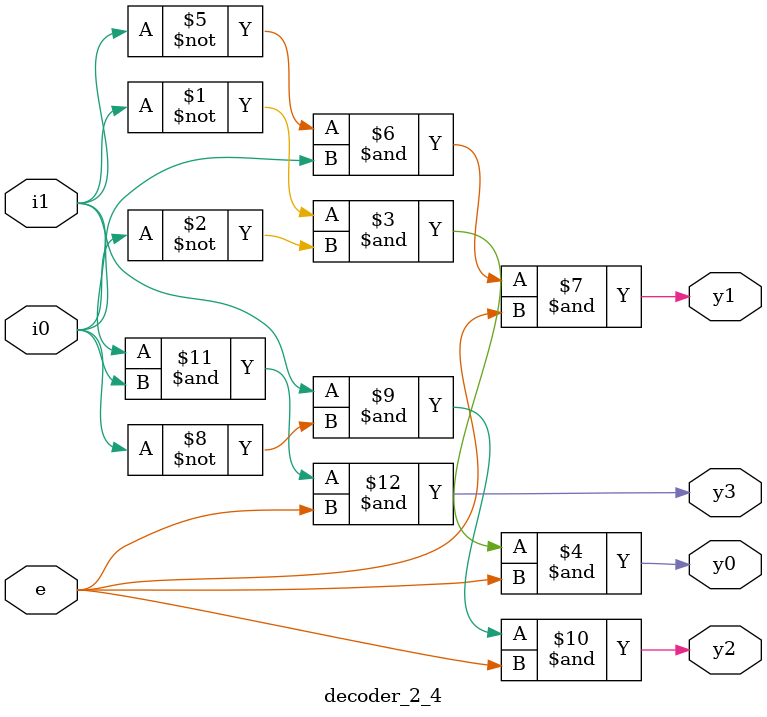
<source format=v>
`timescale 1ns / 1ps


module decoder_2_4(
    input i0,i1,e,
    output y0,y1,y2,y3
    );
    assign y0=(~i1)&(~i0)&e;
    assign y1=(~i1)&(i0)&e;
    assign y2=(i1)&(~i0)&e;
    assign y3=(i1)&(i0)&e;
endmodule

</source>
